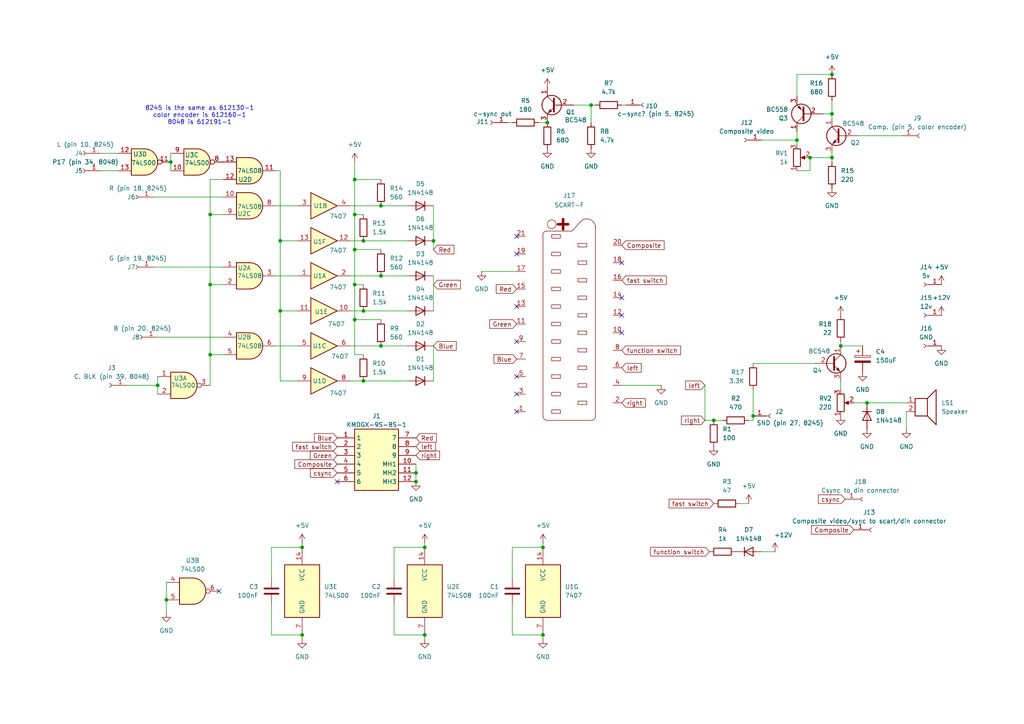
<source format=kicad_sch>
(kicad_sch (version 20250114) (generator "eeschema") (generator_version "9.0")
  (paper "A4")
  (text "8245 is the same as 612130-1\ncolor encoder is 612160-1\n8048 is 612191-1" (at 57.912 33.528 0) (effects (font (size 1.27 1.27))))
  (junction (at 102.87 92.71))
  (junction (at 60.96 82.55))
  (junction (at 105.41 69.85))
  (junction (at 241.3 45.72))
  (junction (at 60.96 102.87))
  (junction (at 102.87 62.23))
  (junction (at 45.72 111.76))
  (junction (at 87.63 184.15))
  (junction (at 105.41 110.49))
  (junction (at 241.3 33.02))
  (junction (at 123.19 184.15))
  (junction (at 157.48 158.75))
  (junction (at 48.26 173.99))
  (junction (at 157.48 184.15))
  (junction (at 171.45 30.48))
  (junction (at 102.87 52.07))
  (junction (at 110.49 100.33))
  (junction (at 241.3 21.59))
  (junction (at 125.73 69.85))
  (junction (at 120.65 139.7))
  (junction (at 105.41 90.17))
  (junction (at 231.14 40.64))
  (junction (at 110.49 80.01))
  (junction (at 207.01 121.92))
  (junction (at 218.44 120.65))
  (junction (at 120.65 137.16))
  (junction (at 123.19 158.75))
  (junction (at 102.87 72.39))
  (junction (at 234.95 45.72))
  (junction (at 87.63 158.75))
  (junction (at 60.96 62.23))
  (junction (at 81.28 90.17))
  (junction (at 243.84 100.33))
  (junction (at 81.28 69.85))
  (junction (at 49.53 46.99))
  (junction (at 110.49 59.69))
  (junction (at 102.87 82.55))
  (junction (at 158.75 35.56))
  (junction (at 251.46 116.84))
  (no_connect (at 180.34 86.36))
  (no_connect (at 180.34 96.52))
  (no_connect (at 180.34 91.44))
  (no_connect (at 149.86 88.9))
  (no_connect (at 63.5 171.45))
  (no_connect (at 97.79 139.7))
  (no_connect (at 180.34 76.2))
  (no_connect (at 149.86 99.06))
  (no_connect (at 149.86 68.58))
  (no_connect (at 149.86 119.38))
  (no_connect (at 149.86 109.22))
  (no_connect (at 149.86 114.3))
  (no_connect (at 149.86 73.66))
  (wire (pts (xy 81.28 49.53) (xy 81.28 69.85)))
  (wire (pts (xy 60.96 52.07) (xy 60.96 62.23)))
  (wire (pts (xy 181.61 30.48) (xy 180.34 30.48)))
  (wire (pts (xy 45.72 109.22) (xy 45.72 111.76)))
  (wire (pts (xy 241.3 45.72) (xy 241.3 46.99)))
  (wire (pts (xy 101.6 59.69) (xy 110.49 59.69)))
  (wire (pts (xy 251.46 116.84) (xy 262.89 116.84)))
  (wire (pts (xy 80.01 80.01) (xy 86.36 80.01)))
  (wire (pts (xy 114.3 167.64) (xy 114.3 158.75)))
  (wire (pts (xy 102.87 82.55) (xy 105.41 82.55)))
  (wire (pts (xy 243.84 99.06) (xy 243.84 100.33)))
  (wire (pts (xy 81.28 110.49) (xy 81.28 90.17)))
  (wire (pts (xy 218.44 121.92) (xy 218.44 120.65)))
  (wire (pts (xy 64.77 52.07) (xy 60.96 52.07)))
  (wire (pts (xy 49.53 46.99) (xy 49.53 49.53)))
  (wire (pts (xy 105.41 90.17) (xy 118.11 90.17)))
  (wire (pts (xy 110.49 59.69) (xy 118.11 59.69)))
  (wire (pts (xy 120.65 137.16) (xy 120.65 139.7)))
  (wire (pts (xy 29.21 49.53) (xy 34.29 49.53)))
  (wire (pts (xy 234.95 45.72) (xy 241.3 45.72)))
  (wire (pts (xy 243.84 110.49) (xy 243.84 113.03)))
  (wire (pts (xy 81.28 90.17) (xy 86.36 90.17)))
  (wire (pts (xy 78.74 167.64) (xy 78.74 158.75)))
  (wire (pts (xy 261.62 39.37) (xy 248.92 39.37)))
  (wire (pts (xy 148.59 184.15) (xy 157.48 184.15)))
  (wire (pts (xy 217.17 146.05) (xy 214.63 146.05)))
  (wire (pts (xy 157.48 185.42) (xy 157.48 184.15)))
  (wire (pts (xy 147.32 35.56) (xy 148.59 35.56)))
  (wire (pts (xy 29.21 44.45) (xy 34.29 44.45)))
  (wire (pts (xy 105.41 110.49) (xy 118.11 110.49)))
  (wire (pts (xy 191.77 111.76) (xy 180.34 111.76)))
  (wire (pts (xy 231.14 40.64) (xy 231.14 41.91)))
  (wire (pts (xy 44.45 77.47) (xy 64.77 77.47)))
  (wire (pts (xy 231.14 21.59) (xy 241.3 21.59)))
  (wire (pts (xy 125.73 69.85) (xy 125.73 59.69)))
  (wire (pts (xy 171.45 30.48) (xy 166.37 30.48)))
  (wire (pts (xy 148.59 167.64) (xy 148.59 158.75)))
  (wire (pts (xy 234.95 49.53) (xy 231.14 49.53)))
  (wire (pts (xy 48.26 177.8) (xy 48.26 173.99)))
  (wire (pts (xy 123.19 157.48) (xy 123.19 158.75)))
  (wire (pts (xy 102.87 82.55) (xy 102.87 72.39)))
  (wire (pts (xy 218.44 121.92) (xy 217.17 121.92)))
  (wire (pts (xy 49.53 44.45) (xy 49.53 46.99)))
  (wire (pts (xy 87.63 157.48) (xy 87.63 158.75)))
  (wire (pts (xy 110.49 80.01) (xy 118.11 80.01)))
  (wire (pts (xy 102.87 72.39) (xy 110.49 72.39)))
  (wire (pts (xy 262.89 124.46) (xy 262.89 119.38)))
  (wire (pts (xy 125.73 80.01) (xy 125.73 90.17)))
  (wire (pts (xy 158.75 35.56) (xy 156.21 35.56)))
  (wire (pts (xy 241.3 45.72) (xy 241.3 44.45)))
  (wire (pts (xy 60.96 62.23) (xy 60.96 82.55)))
  (wire (pts (xy 80.01 100.33) (xy 86.36 100.33)))
  (wire (pts (xy 171.45 35.56) (xy 171.45 30.48)))
  (wire (pts (xy 102.87 62.23) (xy 102.87 52.07)))
  (wire (pts (xy 231.14 38.1) (xy 231.14 40.64)))
  (wire (pts (xy 234.95 45.72) (xy 234.95 49.53)))
  (wire (pts (xy 101.6 110.49) (xy 105.41 110.49)))
  (wire (pts (xy 218.44 113.03) (xy 218.44 120.65)))
  (wire (pts (xy 78.74 175.26) (xy 78.74 184.15)))
  (wire (pts (xy 114.3 175.26) (xy 114.3 184.15)))
  (wire (pts (xy 102.87 62.23) (xy 105.41 62.23)))
  (wire (pts (xy 231.14 40.64) (xy 220.98 40.64)))
  (wire (pts (xy 45.72 97.79) (xy 64.77 97.79)))
  (wire (pts (xy 102.87 46.99) (xy 102.87 52.07)))
  (wire (pts (xy 36.83 111.76) (xy 45.72 111.76)))
  (wire (pts (xy 105.41 69.85) (xy 118.11 69.85)))
  (wire (pts (xy 78.74 158.75) (xy 87.63 158.75)))
  (wire (pts (xy 86.36 69.85) (xy 81.28 69.85)))
  (wire (pts (xy 101.6 80.01) (xy 110.49 80.01)))
  (wire (pts (xy 60.96 82.55) (xy 64.77 82.55)))
  (wire (pts (xy 148.59 175.26) (xy 148.59 184.15)))
  (wire (pts (xy 101.6 90.17) (xy 105.41 90.17)))
  (wire (pts (xy 114.3 158.75) (xy 123.19 158.75)))
  (wire (pts (xy 87.63 185.42) (xy 87.63 184.15)))
  (wire (pts (xy 60.96 111.76) (xy 60.96 102.87)))
  (wire (pts (xy 123.19 185.42) (xy 123.19 184.15)))
  (wire (pts (xy 241.3 29.21) (xy 241.3 33.02)))
  (wire (pts (xy 114.3 184.15) (xy 123.19 184.15)))
  (wire (pts (xy 139.7 78.74) (xy 149.86 78.74)))
  (wire (pts (xy 60.96 102.87) (xy 64.77 102.87)))
  (wire (pts (xy 218.44 105.41) (xy 236.22 105.41)))
  (wire (pts (xy 110.49 100.33) (xy 118.11 100.33)))
  (wire (pts (xy 45.72 111.76) (xy 45.72 114.3)))
  (wire (pts (xy 81.28 69.85) (xy 81.28 90.17)))
  (wire (pts (xy 102.87 52.07) (xy 110.49 52.07)))
  (wire (pts (xy 148.59 158.75) (xy 157.48 158.75)))
  (wire (pts (xy 60.96 82.55) (xy 60.96 102.87)))
  (wire (pts (xy 102.87 72.39) (xy 102.87 62.23)))
  (wire (pts (xy 60.96 62.23) (xy 64.77 62.23)))
  (wire (pts (xy 78.74 184.15) (xy 87.63 184.15)))
  (wire (pts (xy 102.87 92.71) (xy 102.87 102.87)))
  (wire (pts (xy 102.87 82.55) (xy 102.87 92.71)))
  (wire (pts (xy 81.28 49.53) (xy 80.01 49.53)))
  (wire (pts (xy 171.45 30.48) (xy 172.72 30.48)))
  (wire (pts (xy 224.79 160.02) (xy 220.98 160.02)))
  (wire (pts (xy 204.47 111.76) (xy 204.47 121.92)))
  (wire (pts (xy 80.01 59.69) (xy 86.36 59.69)))
  (wire (pts (xy 48.26 168.91) (xy 48.26 173.99)))
  (wire (pts (xy 243.84 100.33) (xy 250.19 100.33)))
  (wire (pts (xy 241.3 33.02) (xy 238.76 33.02)))
  (wire (pts (xy 101.6 69.85) (xy 105.41 69.85)))
  (wire (pts (xy 86.36 110.49) (xy 81.28 110.49)))
  (wire (pts (xy 247.65 116.84) (xy 251.46 116.84)))
  (wire (pts (xy 157.48 157.48) (xy 157.48 158.75)))
  (wire (pts (xy 101.6 100.33) (xy 110.49 100.33)))
  (wire (pts (xy 125.73 72.39) (xy 125.73 69.85)))
  (wire (pts (xy 44.45 57.15) (xy 64.77 57.15)))
  (wire (pts (xy 209.55 121.92) (xy 207.01 121.92)))
  (wire (pts (xy 241.3 33.02) (xy 241.3 34.29)))
  (wire (pts (xy 120.65 134.62) (xy 120.65 137.16)))
  (wire (pts (xy 125.73 100.33) (xy 125.73 110.49)))
  (wire (pts (xy 231.14 27.94) (xy 231.14 21.59)))
  (wire (pts (xy 105.41 102.87) (xy 102.87 102.87)))
  (wire (pts (xy 204.47 121.92) (xy 207.01 121.92)))
  (wire (pts (xy 110.49 92.71) (xy 102.87 92.71)))
  (global_label "Green" (shape input) (at 125.73 82.55 0) (property "Intersheetrefs" "${INTERSHEET_REFS}" (effects (hide yes))))
  (global_label "right" (shape input) (at 120.65 132.08 0) (property "Intersheetrefs" "${INTERSHEET_REFS}" (effects (hide yes))))
  (global_label "Composite" (shape input) (at 247.65 153.67 180) (property "Intersheetrefs" "${INTERSHEET_REFS}" (effects (hide yes))))
  (global_label "right" (shape input) (at 180.34 116.84 0) (property "Intersheetrefs" "${INTERSHEET_REFS}" (effects (hide yes))))
  (global_label "Blue" (shape input) (at 97.79 127 180) (property "Intersheetrefs" "${INTERSHEET_REFS}" (effects (hide yes))))
  (global_label "Red" (shape input) (at 149.86 83.82 180) (property "Intersheetrefs" "${INTERSHEET_REFS}" (effects (hide yes))))
  (global_label "Composite" (shape input) (at 180.34 71.12 0) (property "Intersheetrefs" "${INTERSHEET_REFS}" (effects (hide yes))))
  (global_label "Blue" (shape input) (at 125.73 100.33 0) (property "Intersheetrefs" "${INTERSHEET_REFS}" (effects (hide yes))))
  (global_label "csync" (shape input) (at 97.79 137.16 180) (property "Intersheetrefs" "${INTERSHEET_REFS}" (effects (hide yes))))
  (global_label "Red" (shape input) (at 120.65 127 0) (property "Intersheetrefs" "${INTERSHEET_REFS}" (effects (hide yes))))
  (global_label "fast switch" (shape input) (at 180.34 81.28 0) (property "Intersheetrefs" "${INTERSHEET_REFS}" (effects (hide yes))))
  (global_label "Green" (shape input) (at 149.86 93.98 180) (property "Intersheetrefs" "${INTERSHEET_REFS}" (effects (hide yes))))
  (global_label "right" (shape input) (at 204.47 121.92 180) (property "Intersheetrefs" "${INTERSHEET_REFS}" (effects (hide yes))))
  (global_label "Green" (shape input) (at 97.79 132.08 180) (property "Intersheetrefs" "${INTERSHEET_REFS}" (effects (hide yes))))
  (global_label "Composite" (shape input) (at 97.79 134.62 180) (property "Intersheetrefs" "${INTERSHEET_REFS}" (effects (hide yes))))
  (global_label "function switch" (shape input) (at 180.34 101.6 0) (property "Intersheetrefs" "${INTERSHEET_REFS}" (effects (hide yes))))
  (global_label "left" (shape input) (at 120.65 129.54 0) (property "Intersheetrefs" "${INTERSHEET_REFS}" (effects (hide yes))))
  (global_label "csync" (shape input) (at 245.11 144.78 180) (property "Intersheetrefs" "${INTERSHEET_REFS}" (effects (hide yes))))
  (global_label "function switch" (shape input) (at 205.74 160.02 180) (property "Intersheetrefs" "${INTERSHEET_REFS}" (effects (hide yes))))
  (global_label "left" (shape input) (at 204.47 111.76 180) (property "Intersheetrefs" "${INTERSHEET_REFS}" (effects (hide yes))))
  (global_label "Blue" (shape input) (at 149.86 104.14 180) (property "Intersheetrefs" "${INTERSHEET_REFS}" (effects (hide yes))))
  (global_label "fast switch" (shape input) (at 97.79 129.54 180) (property "Intersheetrefs" "${INTERSHEET_REFS}" (effects (hide yes))))
  (global_label "fast switch" (shape input) (at 207.01 146.05 180) (property "Intersheetrefs" "${INTERSHEET_REFS}" (effects (hide yes))))
  (global_label "left" (shape input) (at 180.34 106.68 0) (property "Intersheetrefs" "${INTERSHEET_REFS}" (effects (hide yes))))
  (global_label "Red" (shape input) (at 125.73 72.39 0) (property "Intersheetrefs" "${INTERSHEET_REFS}" (effects (hide yes))))
  (symbol (lib_id "Connector:Conn_01x01_Socket") (at 31.75 111.76 180) (unit 1)
    (property "Reference" "J3" (at 32.385 106.68 0))
    (property "Value" "C. BLK (pin 39, 8048)" (at 32.385 109.22 0))
    (property "Footprint" "Connector_PinSocket_2.54mm:PinSocket_1x01_P2.54mm_Vertical" (effects (hide yes)))
    (property "Description" "Generic connector, single row, 01x01, script generated" (effects (hide yes)))
  )
  (symbol (lib_id "74xx:74LS07") (at 93.98 59.69 0) (unit 2)
    (property "Reference" "U1" (at 92.964 59.69 0))
    (property "Value" "7407" (at 98.044 62.738 0))
    (property "Footprint" "Package_DIP:DIP-14_W7.62mm_LongPads" (effects (hide yes)))
    (property "Datasheet" "www.ti.com/lit/ds/symlink/sn74ls07.pdf" (effects (hide yes)))
    (property "Description" "Hex Buffers and Drivers With Open Collector High Voltage Outputs" (effects (hide yes)))
  )
  (symbol (lib_id "Diode:1N4148") (at 121.92 80.01 180) (unit 1)
    (property "Reference" "D3" (at 121.92 73.66 0))
    (property "Value" "1N4148" (at 121.92 76.2 0))
    (property "Footprint" "Diode_THT:D_DO-35_SOD27_P7.62mm_Horizontal" (effects (hide yes)))
    (property "Datasheet" "https://assets.nexperia.com/documents/data-sheet/1N4148_1N4448.pdf" (effects (hide yes)))
    (property "Description" "100V 0.15A standard switching diode, DO-35" (effects (hide yes)))
    (property "Sim.Device" "D" (effects (hide yes)))
    (property "Sim.Pins" "1=K 2=A" (effects (hide yes)))
  )
  (symbol (lib_id "Diode:1N4148") (at 217.17 160.02 0) (unit 1)
    (property "Reference" "D7" (at 217.17 153.67 0))
    (property "Value" "1N4148" (at 217.17 156.21 0))
    (property "Footprint" "Diode_THT:D_DO-35_SOD27_P7.62mm_Horizontal" (effects (hide yes)))
    (property "Datasheet" "https://assets.nexperia.com/documents/data-sheet/1N4148_1N4448.pdf" (effects (hide yes)))
    (property "Description" "100V 0.15A standard switching diode, DO-35" (effects (hide yes)))
    (property "Sim.Device" "D" (effects (hide yes)))
    (property "Sim.Pins" "1=K 2=A" (effects (hide yes)))
  )
  (symbol (lib_id "74xx:74LS07") (at 93.98 80.01 0) (unit 1)
    (property "Reference" "U1" (at 92.71 80.01 0))
    (property "Value" "7407" (at 98.044 83.312 0))
    (property "Footprint" "Package_DIP:DIP-14_W7.62mm_LongPads" (effects (hide yes)))
    (property "Datasheet" "www.ti.com/lit/ds/symlink/sn74ls07.pdf" (effects (hide yes)))
    (property "Description" "Hex Buffers and Drivers With Open Collector High Voltage Outputs" (effects (hide yes)))
  )
  (symbol (lib_id "Device:R") (at 176.53 30.48 90) (unit 1)
    (property "Reference" "R7" (at 176.53 24.13 90))
    (property "Value" "4.7k" (at 176.53 26.67 90))
    (property "Footprint" "Resistor_THT:R_Axial_DIN0207_L6.3mm_D2.5mm_P7.62mm_Horizontal" (effects (hide yes)))
    (property "Description" "Resistor" (effects (hide yes)))
  )
  (symbol (lib_id "power:GND") (at 243.84 120.65 0) (mirror y) (unit 1)
    (property "Reference" "#PWR019" (effects (hide yes)))
    (property "Value" "GND" (at 243.84 125.73 0))
    (property "Description" "Power symbol creates a global label with name \"GND\" , ground" (effects (hide yes)))
  )
  (symbol (lib_id "Connector:Conn_01x01_Socket") (at 24.13 49.53 180) (unit 1)
    (property "Reference" "J5" (at 22.86 49.53 0))
    (property "Value" "P17 (pin 34, 8048)" (at 24.765 46.99 0))
    (property "Footprint" "Connector_PinSocket_2.54mm:PinSocket_1x01_P2.54mm_Vertical" (effects (hide yes)))
    (property "Description" "Generic connector, single row, 01x01, script generated" (effects (hide yes)))
  )
  (symbol (lib_id "Device:R") (at 110.49 55.88 180) (unit 1)
    (property "Reference" "R14" (at 113.03 54.6099 0) (effects (justify right)))
    (property "Value" "560" (at 113.03 57.1499 0) (effects (justify right)))
    (property "Footprint" "Resistor_THT:R_Axial_DIN0207_L6.3mm_D2.5mm_P7.62mm_Horizontal" (effects (hide yes)))
    (property "Description" "Resistor" (effects (hide yes)))
  )
  (symbol (lib_id "74xx:74LS08") (at 123.19 171.45 0) (unit 5)
    (property "Reference" "U2" (at 129.54 170.1799 0) (effects (justify left)))
    (property "Value" "74LS08" (at 129.54 172.7199 0) (effects (justify left)))
    (property "Footprint" "Package_DIP:DIP-14_W7.62mm_LongPads" (effects (hide yes)))
    (property "Datasheet" "http://www.ti.com/lit/gpn/sn74LS08" (effects (hide yes)))
    (property "Description" "Quad And2" (effects (hide yes)))
  )
  (symbol (lib_id "Diode:1N4148") (at 121.92 59.69 180) (unit 1)
    (property "Reference" "D5" (at 121.92 53.34 0))
    (property "Value" "1N4148" (at 121.92 55.88 0))
    (property "Footprint" "Diode_THT:D_DO-35_SOD27_P7.62mm_Horizontal" (effects (hide yes)))
    (property "Datasheet" "https://assets.nexperia.com/documents/data-sheet/1N4148_1N4448.pdf" (effects (hide yes)))
    (property "Description" "100V 0.15A standard switching diode, DO-35" (effects (hide yes)))
    (property "Sim.Device" "D" (effects (hide yes)))
    (property "Sim.Pins" "1=K 2=A" (effects (hide yes)))
  )
  (symbol (lib_id "Diode:1N4148") (at 121.92 110.49 180) (unit 1)
    (property "Reference" "D1" (at 121.92 104.14 0))
    (property "Value" "1N4148" (at 121.92 106.68 0))
    (property "Footprint" "Diode_THT:D_DO-35_SOD27_P7.62mm_Horizontal" (effects (hide yes)))
    (property "Datasheet" "https://assets.nexperia.com/documents/data-sheet/1N4148_1N4448.pdf" (effects (hide yes)))
    (property "Description" "100V 0.15A standard switching diode, DO-35" (effects (hide yes)))
    (property "Sim.Device" "D" (effects (hide yes)))
    (property "Sim.Pins" "1=K 2=A" (effects (hide yes)))
  )
  (symbol (lib_id "power:GND") (at 48.26 177.8 0) (unit 1)
    (property "Reference" "#PWR015" (effects (hide yes)))
    (property "Value" "GND" (at 48.26 182.88 0))
    (property "Description" "Power symbol creates a global label with name \"GND\" , ground" (effects (hide yes)))
  )
  (symbol (lib_id "Device:R") (at 105.41 106.68 180) (unit 1)
    (property "Reference" "R10" (at 107.95 105.4099 0) (effects (justify right)))
    (property "Value" "1.5k" (at 107.95 107.9499 0) (effects (justify right)))
    (property "Footprint" "Resistor_THT:R_Axial_DIN0207_L6.3mm_D2.5mm_P7.62mm_Horizontal" (effects (hide yes)))
    (property "Description" "Resistor" (effects (hide yes)))
  )
  (symbol (lib_id "Device:R") (at 218.44 109.22 0) (mirror x) (unit 1)
    (property "Reference" "R17" (at 215.9 107.9499 0) (effects (justify right)))
    (property "Value" "3.3K" (at 215.9 110.4899 0) (effects (justify right)))
    (property "Footprint" "Resistor_THT:R_Axial_DIN0207_L6.3mm_D2.5mm_P7.62mm_Horizontal" (effects (hide yes)))
    (property "Description" "Resistor" (effects (hide yes)))
  )
  (symbol (lib_id "power:GND") (at 207.01 129.54 0) (unit 1)
    (property "Reference" "#PWR02" (effects (hide yes)))
    (property "Value" "GND" (at 207.01 134.62 0))
    (property "Description" "Power symbol creates a global label with name \"GND\" , ground" (effects (hide yes)))
  )
  (symbol (lib_id "Device:R") (at 241.3 25.4 0) (mirror x) (unit 1)
    (property "Reference" "R16" (at 238.76 24.1299 0) (effects (justify right)))
    (property "Value" "680" (at 238.76 26.6699 0) (effects (justify right)))
    (property "Footprint" "Resistor_THT:R_Axial_DIN0207_L6.3mm_D2.5mm_P7.62mm_Horizontal" (effects (hide yes)))
    (property "Description" "Resistor" (effects (hide yes)))
  )
  (symbol (lib_id "Device:R") (at 110.49 96.52 180) (unit 1)
    (property "Reference" "R9" (at 113.03 95.2499 0) (effects (justify right)))
    (property "Value" "560" (at 113.03 97.7899 0) (effects (justify right)))
    (property "Footprint" "Resistor_THT:R_Axial_DIN0207_L6.3mm_D2.5mm_P7.62mm_Horizontal" (effects (hide yes)))
    (property "Description" "Resistor" (effects (hide yes)))
  )
  (symbol (lib_id "74xx:74LS07") (at 93.98 90.17 0) (unit 5)
    (property "Reference" "U1" (at 93.218 90.424 0))
    (property "Value" "7407" (at 97.536 93.98 0))
    (property "Footprint" "Package_DIP:DIP-14_W7.62mm_LongPads" (effects (hide yes)))
    (property "Datasheet" "www.ti.com/lit/ds/symlink/sn74ls07.pdf" (effects (hide yes)))
    (property "Description" "Hex Buffers and Drivers With Open Collector High Voltage Outputs" (effects (hide yes)))
  )
  (symbol (lib_id "Device:R") (at 241.3 50.8 180) (unit 1)
    (property "Reference" "R15" (at 243.84 49.5299 0) (effects (justify right)))
    (property "Value" "220" (at 243.84 52.0699 0) (effects (justify right)))
    (property "Footprint" "Resistor_THT:R_Axial_DIN0207_L6.3mm_D2.5mm_P7.62mm_Horizontal" (effects (hide yes)))
    (property "Description" "Resistor" (effects (hide yes)))
  )
  (symbol (lib_id "74xx:74LS08") (at 72.39 80.01 0) (unit 1)
    (property "Reference" "U2" (at 70.866 77.724 0))
    (property "Value" "74LS08" (at 72.39 80.01 0))
    (property "Footprint" "Package_DIP:DIP-14_W7.62mm_LongPads" (effects (hide yes)))
    (property "Datasheet" "http://www.ti.com/lit/gpn/sn74LS08" (effects (hide yes)))
    (property "Description" "Quad And2" (effects (hide yes)))
  )
  (symbol (lib_id "power:GND") (at 262.89 124.46 0) (mirror y) (unit 1)
    (property "Reference" "#PWR021" (effects (hide yes)))
    (property "Value" "GND" (at 262.89 129.54 0))
    (property "Description" "Power symbol creates a global label with name \"GND\" , ground" (effects (hide yes)))
  )
  (symbol (lib_id "power:+5V") (at 243.84 91.44 0) (unit 1)
    (property "Reference" "#PWR022" (effects (hide yes)))
    (property "Value" "+5V" (at 243.84 86.36 0))
    (property "Description" "Power symbol creates a global label with name \"+5V\"" (effects (hide yes)))
  )
  (symbol (lib_id "Device:C") (at 78.74 171.45 0) (mirror y) (unit 1)
    (property "Reference" "C3" (at 74.93 170.1799 0) (effects (justify left)))
    (property "Value" "100nF" (at 74.93 172.7199 0) (effects (justify left)))
    (property "Footprint" "Capacitor_THT:C_Disc_D4.3mm_W1.9mm_P5.00mm" (effects (hide yes)))
    (property "Description" "Unpolarized capacitor" (effects (hide yes)))
  )
  (symbol (lib_id "power:GND") (at 87.63 185.42 0) (unit 1)
    (property "Reference" "#PWR014" (effects (hide yes)))
    (property "Value" "GND" (at 87.63 190.5 0))
    (property "Description" "Power symbol creates a global label with name \"GND\" , ground" (effects (hide yes)))
  )
  (symbol (lib_id "74xx:74LS00") (at 41.91 46.99 0) (unit 4)
    (property "Reference" "U3" (at 40.64 44.704 0))
    (property "Value" "74LS00" (at 41.656 47.244 0))
    (property "Footprint" "Package_DIP:DIP-14_W7.62mm_LongPads" (effects (hide yes)))
    (property "Datasheet" "http://www.ti.com/lit/gpn/sn74ls00" (effects (hide yes)))
    (property "Description" "quad 2-input NAND gate" (effects (hide yes)))
  )
  (symbol (lib_id "Device:R") (at 207.01 125.73 0) (unit 1)
    (property "Reference" "R1" (at 209.55 124.4599 0) (effects (justify left)))
    (property "Value" "100" (at 209.55 126.9999 0) (effects (justify left)))
    (property "Footprint" "Resistor_THT:R_Axial_DIN0207_L6.3mm_D2.5mm_P7.62mm_Horizontal" (effects (hide yes)))
    (property "Description" "Resistor" (effects (hide yes)))
  )
  (symbol (lib_id "Device:R") (at 110.49 76.2 180) (unit 1)
    (property "Reference" "R12" (at 113.03 74.9299 0) (effects (justify right)))
    (property "Value" "560" (at 113.03 77.4699 0) (effects (justify right)))
    (property "Footprint" "Resistor_THT:R_Axial_DIN0207_L6.3mm_D2.5mm_P7.62mm_Horizontal" (effects (hide yes)))
    (property "Description" "Resistor" (effects (hide yes)))
  )
  (symbol (lib_id "power:GND") (at 191.77 111.76 0) (unit 1)
    (property "Reference" "#PWR027" (effects (hide yes)))
    (property "Value" "GND" (at 191.77 116.84 0))
    (property "Description" "Power symbol creates a global label with name \"GND\" , ground" (effects (hide yes)))
  )
  (symbol (lib_id "power:+5V") (at 217.17 146.05 0) (unit 1)
    (property "Reference" "#PWR03" (effects (hide yes)))
    (property "Value" "+5V" (at 217.17 140.97 0))
    (property "Description" "Power symbol creates a global label with name \"+5V\"" (effects (hide yes)))
  )
  (symbol (lib_id "Connector:Conn_01x01_Socket") (at 223.52 120.65 0) (unit 1)
    (property "Reference" "J2" (at 224.79 119.3799 0) (effects (justify left)))
    (property "Value" "SND (pin 27, 8245)" (at 219.456 122.682 0) (effects (justify left)))
    (property "Footprint" "Connector_PinSocket_2.54mm:PinSocket_1x01_P2.54mm_Vertical" (effects (hide yes)))
    (property "Description" "Generic connector, single row, 01x01, script generated" (effects (hide yes)))
  )
  (symbol (lib_id "Connector:Conn_01x01_Socket") (at 24.13 44.45 180) (unit 1)
    (property "Reference" "J4" (at 22.86 44.45 0))
    (property "Value" "L (pin 10, 8245)" (at 24.765 41.91 0))
    (property "Footprint" "Connector_PinSocket_2.54mm:PinSocket_1x01_P2.54mm_Vertical" (effects (hide yes)))
    (property "Description" "Generic connector, single row, 01x01, script generated" (effects (hide yes)))
  )
  (symbol (lib_id "Device:R_Potentiometer") (at 231.14 45.72 0) (mirror x) (unit 1)
    (property "Reference" "RV1" (at 228.6 44.4499 0) (effects (justify right)))
    (property "Value" "1k" (at 228.6 46.9899 0) (effects (justify right)))
    (property "Description" "Potentiometer" (effects (hide yes)))
  )
  (symbol (lib_id "power:+5V") (at 87.63 157.48 0) (unit 1)
    (property "Reference" "#PWR013" (effects (hide yes)))
    (property "Value" "+5V" (at 87.63 152.4 0))
    (property "Description" "Power symbol creates a global label with name \"+5V\"" (effects (hide yes)))
  )
  (symbol (lib_id "Device:Speaker") (at 267.97 116.84 0) (unit 1)
    (property "Reference" "LS1" (at 273.05 116.8399 0) (effects (justify left)))
    (property "Value" "Speaker" (at 273.05 119.3799 0) (effects (justify left)))
    (property "Footprint" "Connector_PinSocket_2.54mm:PinSocket_2x01_P2.54mm_Vertical" (effects (hide yes)))
    (property "Description" "Speaker" (effects (hide yes)))
  )
  (symbol (lib_id "Evan's parts:KMDGX-9S-BS-1") (at 97.79 127 0) (unit 1)
    (property "Reference" "J1" (at 109.22 120.65 0))
    (property "Value" "KMDGX-9S-BS-1" (at 109.22 123.19 0))
    (property "Footprint" "Evan's parts:KMDGX9SBS1" (effects (hide yes)))
    (property "Datasheet" "https://www.kycon.com/Pub_Eng_Draw/KMDGX-9S-BS-1.pdf" (effects (hide yes)))
    (property "Description" "9 Position Circular Connector Receptacle, Female Sockets Solder , 12VDC , -25C ~ 80C" (effects (hide yes)))
    (property "Height" "13.3" (effects (hide yes)))
    (property "Mouser Part Number" "806-KMDGX-9S-BS-1" (effects (hide yes)))
    (property "Mouser Price/Stock" "https://www.mouser.co.uk/ProductDetail/Kycon/KMDGX-9S-BS-1?qs=3jNSNtuqJTLHFNoAAeP35w%3D%3D" (effects (hide yes)))
    (property "Manufacturer_Name" "Kycon" (effects (hide yes)))
    (property "Manufacturer_Part_Number" "KMDGX-9S-BS-1" (effects (hide yes)))
  )
  (symbol (lib_id "74xx:74LS00") (at 57.15 46.99 0) (unit 3)
    (property "Reference" "U3" (at 55.626 44.958 0))
    (property "Value" "74LS00" (at 57.15 47.244 0))
    (property "Footprint" "Package_DIP:DIP-14_W7.62mm_LongPads" (effects (hide yes)))
    (property "Datasheet" "http://www.ti.com/lit/gpn/sn74ls00" (effects (hide yes)))
    (property "Description" "quad 2-input NAND gate" (effects (hide yes)))
  )
  (symbol (lib_id "74xx:74LS07") (at 157.48 171.45 0) (unit 7)
    (property "Reference" "U1" (at 163.83 170.1799 0) (effects (justify left)))
    (property "Value" "7407" (at 163.83 172.7199 0) (effects (justify left)))
    (property "Footprint" "Package_DIP:DIP-14_W7.62mm_LongPads" (effects (hide yes)))
    (property "Datasheet" "www.ti.com/lit/ds/symlink/sn74ls07.pdf" (effects (hide yes)))
    (property "Description" "Hex Buffers and Drivers With Open Collector High Voltage Outputs" (effects (hide yes)))
  )
  (symbol (lib_id "74xx:74LS00") (at 53.34 111.76 0) (unit 1)
    (property "Reference" "U3" (at 52.324 109.728 0))
    (property "Value" "74LS00" (at 53.086 111.76 0))
    (property "Footprint" "Package_DIP:DIP-14_W7.62mm_LongPads" (effects (hide yes)))
    (property "Datasheet" "http://www.ti.com/lit/gpn/sn74ls00" (effects (hide yes)))
    (property "Description" "quad 2-input NAND gate" (effects (hide yes)))
  )
  (symbol (lib_id "Device:R") (at 243.84 95.25 0) (mirror x) (unit 1)
    (property "Reference" "R18" (at 241.3 93.9799 0) (effects (justify right)))
    (property "Value" "22" (at 241.3 96.5199 0) (effects (justify right)))
    (property "Footprint" "Resistor_THT:R_Axial_DIN0207_L6.3mm_D2.5mm_P7.62mm_Horizontal" (effects (hide yes)))
    (property "Description" "Resistor" (effects (hide yes)))
  )
  (symbol (lib_id "Diode:1N4148") (at 121.92 69.85 180) (unit 1)
    (property "Reference" "D6" (at 121.92 63.5 0))
    (property "Value" "1N4148" (at 121.92 66.04 0))
    (property "Footprint" "Diode_THT:D_DO-35_SOD27_P7.62mm_Horizontal" (effects (hide yes)))
    (property "Datasheet" "https://assets.nexperia.com/documents/data-sheet/1N4148_1N4448.pdf" (effects (hide yes)))
    (property "Description" "100V 0.15A standard switching diode, DO-35" (effects (hide yes)))
    (property "Sim.Device" "D" (effects (hide yes)))
    (property "Sim.Pins" "1=K 2=A" (effects (hide yes)))
  )
  (symbol (lib_id "Connector:Conn_01x01_Socket") (at 267.97 91.44 0) (mirror y) (unit 1)
    (property "Reference" "J15" (at 268.605 86.36 0))
    (property "Value" "12v" (at 268.605 88.9 0))
    (property "Footprint" "Connector_PinSocket_2.54mm:PinSocket_1x01_P2.54mm_Vertical" (effects (hide yes)))
    (property "Description" "Generic connector, single row, 01x01, script generated" (effects (hide yes)))
  )
  (symbol (lib_id "Connector:Conn_01x01_Socket") (at 39.37 77.47 180) (unit 1)
    (property "Reference" "J7" (at 38.1 77.47 0))
    (property "Value" "G (pin 19, 8245)" (at 40.005 74.93 0))
    (property "Footprint" "Connector_PinSocket_2.54mm:PinSocket_1x01_P2.54mm_Vertical" (effects (hide yes)))
    (property "Description" "Generic connector, single row, 01x01, script generated" (effects (hide yes)))
  )
  (symbol (lib_id "Connector:Conn_01x01_Socket") (at 215.9 40.64 0) (mirror y) (unit 1)
    (property "Reference" "J12" (at 216.535 35.56 0))
    (property "Value" "Composite video" (at 216.535 38.1 0))
    (property "Footprint" "Connector_PinSocket_2.54mm:PinSocket_1x01_P2.54mm_Vertical" (effects (hide yes)))
    (property "Description" "Generic connector, single row, 01x01, script generated" (effects (hide yes)))
  )
  (symbol (lib_id "power:+5V") (at 123.19 157.48 0) (unit 1)
    (property "Reference" "#PWR011" (effects (hide yes)))
    (property "Value" "+5V" (at 123.19 152.4 0))
    (property "Description" "Power symbol creates a global label with name \"+5V\"" (effects (hide yes)))
  )
  (symbol (lib_id "Transistor_BJT:BC548") (at 241.3 105.41 0) (unit 1)
    (property "Reference" "Q4" (at 235.712 107.442 0) (effects (justify left)))
    (property "Value" "BC548" (at 234.442 101.854 0) (effects (justify left)))
    (property "Footprint" "Package_TO_SOT_THT:TO-92_Inline" (effects (hide yes)))
    (property "Datasheet" "https://www.onsemi.com/pub/Collateral/BC550-D.pdf" (effects (hide yes)))
    (property "Description" "0.1A Ic, 30V Vce, Small Signal NPN Transistor, TO-92" (effects (hide yes)))
  )
  (symbol (lib_id "Transistor_BJT:BC548") (at 161.29 30.48 0) (mirror y) (unit 1)
    (property "Reference" "Q1" (at 166.878 32.512 0) (effects (justify left)))
    (property "Value" "BC548" (at 170.18 34.798 0) (effects (justify left)))
    (property "Footprint" "Package_TO_SOT_THT:TO-92_Inline" (effects (hide yes)))
    (property "Datasheet" "https://www.onsemi.com/pub/Collateral/BC550-D.pdf" (effects (hide yes)))
    (property "Description" "0.1A Ic, 30V Vce, Small Signal NPN Transistor, TO-92" (effects (hide yes)))
  )
  (symbol (lib_id "Transistor_BJT:BC548") (at 243.84 39.37 0) (mirror y) (unit 1)
    (property "Reference" "Q2" (at 249.428 41.402 0) (effects (justify left)))
    (property "Value" "BC548" (at 250.698 35.814 0) (effects (justify left)))
    (property "Footprint" "Package_TO_SOT_THT:TO-92_Inline" (effects (hide yes)))
    (property "Datasheet" "https://www.onsemi.com/pub/Collateral/BC550-D.pdf" (effects (hide yes)))
    (property "Description" "0.1A Ic, 30V Vce, Small Signal NPN Transistor, TO-92" (effects (hide yes)))
  )
  (symbol (lib_id "Diode:1N4148") (at 251.46 120.65 270) (unit 1)
    (property "Reference" "D8" (at 254 119.3799 90) (effects (justify left)))
    (property "Value" "1N4148" (at 254 121.9199 90) (effects (justify left)))
    (property "Footprint" "Diode_THT:D_DO-35_SOD27_P7.62mm_Horizontal" (effects (hide yes)))
    (property "Datasheet" "https://assets.nexperia.com/documents/data-sheet/1N4148_1N4448.pdf" (effects (hide yes)))
    (property "Description" "100V 0.15A standard switching diode, DO-35" (effects (hide yes)))
    (property "Sim.Device" "D" (effects (hide yes)))
    (property "Sim.Pins" "1=K 2=A" (effects (hide yes)))
  )
  (symbol (lib_id "74xx:74LS00") (at 87.63 171.45 0) (unit 5)
    (property "Reference" "U3" (at 93.98 170.1799 0) (effects (justify left)))
    (property "Value" "74LS00" (at 93.98 172.7199 0) (effects (justify left)))
    (property "Footprint" "Package_DIP:DIP-14_W7.62mm_LongPads" (effects (hide yes)))
    (property "Datasheet" "http://www.ti.com/lit/gpn/sn74ls00" (effects (hide yes)))
    (property "Description" "quad 2-input NAND gate" (effects (hide yes)))
  )
  (symbol (lib_id "power:+5V") (at 102.87 46.99 0) (unit 1)
    (property "Reference" "#PWR08" (effects (hide yes)))
    (property "Value" "+5V" (at 102.87 41.91 0))
    (property "Description" "Power symbol creates a global label with name \"+5V\"" (effects (hide yes)))
  )
  (symbol (lib_id "power:GND") (at 123.19 185.42 0) (unit 1)
    (property "Reference" "#PWR012" (effects (hide yes)))
    (property "Value" "GND" (at 123.19 190.5 0))
    (property "Description" "Power symbol creates a global label with name \"GND\" , ground" (effects (hide yes)))
  )
  (symbol (lib_id "74xx:74LS07") (at 93.98 69.85 0) (unit 6)
    (property "Reference" "U1" (at 92.71 70.104 0))
    (property "Value" "7407" (at 98.044 72.644 0))
    (property "Footprint" "Package_DIP:DIP-14_W7.62mm_LongPads" (effects (hide yes)))
    (property "Datasheet" "www.ti.com/lit/ds/symlink/sn74ls07.pdf" (effects (hide yes)))
    (property "Description" "Hex Buffers and Drivers With Open Collector High Voltage Outputs" (effects (hide yes)))
  )
  (symbol (lib_id "power:GND") (at 120.65 139.7 0) (unit 1)
    (property "Reference" "#PWR028" (effects (hide yes)))
    (property "Value" "GND" (at 120.65 144.78 0))
    (property "Description" "Power symbol creates a global label with name \"GND\" , ground" (effects (hide yes)))
  )
  (symbol (lib_id "power:+5V") (at 157.48 157.48 0) (unit 1)
    (property "Reference" "#PWR09" (effects (hide yes)))
    (property "Value" "+5V" (at 157.48 152.4 0))
    (property "Description" "Power symbol creates a global label with name \"+5V\"" (effects (hide yes)))
  )
  (symbol (lib_id "Connector:Conn_01x01_Socket") (at 39.37 57.15 180) (unit 1)
    (property "Reference" "J6" (at 38.1 57.15 0))
    (property "Value" "R (pin 18, 8245)" (at 40.005 54.61 0))
    (property "Footprint" "Connector_PinSocket_2.54mm:PinSocket_1x01_P2.54mm_Vertical" (effects (hide yes)))
    (property "Description" "Generic connector, single row, 01x01, script generated" (effects (hide yes)))
  )
  (symbol (lib_id "power:GND") (at 171.45 43.18 0) (unit 1)
    (property "Reference" "#PWR07" (effects (hide yes)))
    (property "Value" "GND" (at 171.45 48.26 0))
    (property "Description" "Power symbol creates a global label with name \"GND\" , ground" (effects (hide yes)))
  )
  (symbol (lib_id "Device:R") (at 158.75 39.37 180) (unit 1)
    (property "Reference" "R6" (at 161.29 38.0999 0) (effects (justify right)))
    (property "Value" "680" (at 161.29 40.6399 0) (effects (justify right)))
    (property "Footprint" "Resistor_THT:R_Axial_DIN0207_L6.3mm_D2.5mm_P7.62mm_Horizontal" (effects (hide yes)))
    (property "Description" "Resistor" (effects (hide yes)))
  )
  (symbol (lib_id "Device:R") (at 152.4 35.56 90) (unit 1)
    (property "Reference" "R5" (at 152.4 29.21 90))
    (property "Value" "180" (at 152.4 31.75 90))
    (property "Footprint" "Resistor_THT:R_Axial_DIN0207_L6.3mm_D2.5mm_P7.62mm_Horizontal" (effects (hide yes)))
    (property "Description" "Resistor" (effects (hide yes)))
  )
  (symbol (lib_id "Device:R_Potentiometer") (at 243.84 116.84 0) (mirror x) (unit 1)
    (property "Reference" "RV2" (at 241.3 115.5699 0) (effects (justify right)))
    (property "Value" "220" (at 241.3 118.1099 0) (effects (justify right)))
    (property "Description" "Potentiometer" (effects (hide yes)))
  )
  (symbol (lib_id "power:GND") (at 273.05 100.33 0) (mirror y) (unit 1)
    (property "Reference" "#PWR023" (effects (hide yes)))
    (property "Value" "GND" (at 273.05 105.41 0))
    (property "Description" "Power symbol creates a global label with name \"GND\" , ground" (effects (hide yes)))
  )
  (symbol (lib_id "power:GND") (at 241.3 54.61 0) (mirror y) (unit 1)
    (property "Reference" "#PWR017" (effects (hide yes)))
    (property "Value" "GND" (at 241.3 59.69 0))
    (property "Description" "Power symbol creates a global label with name \"GND\" , ground" (effects (hide yes)))
  )
  (symbol (lib_id "Diode:1N4148") (at 121.92 100.33 180) (unit 1)
    (property "Reference" "D2" (at 121.92 93.98 0))
    (property "Value" "1N4148" (at 121.92 96.52 0))
    (property "Footprint" "Diode_THT:D_DO-35_SOD27_P7.62mm_Horizontal" (effects (hide yes)))
    (property "Datasheet" "https://assets.nexperia.com/documents/data-sheet/1N4148_1N4448.pdf" (effects (hide yes)))
    (property "Description" "100V 0.15A standard switching diode, DO-35" (effects (hide yes)))
    (property "Sim.Device" "D" (effects (hide yes)))
    (property "Sim.Pins" "1=K 2=A" (effects (hide yes)))
  )
  (symbol (lib_id "Connector:Conn_01x01_Socket") (at 267.97 100.33 0) (mirror y) (unit 1)
    (property "Reference" "J16" (at 268.605 95.25 0))
    (property "Value" "GND" (at 268.605 97.79 0))
    (property "Footprint" "Connector_PinSocket_2.54mm:PinSocket_1x01_P2.54mm_Vertical" (effects (hide yes)))
    (property "Description" "Generic connector, single row, 01x01, script generated" (effects (hide yes)))
  )
  (symbol (lib_id "Device:C") (at 114.3 171.45 0) (mirror y) (unit 1)
    (property "Reference" "C2" (at 110.49 170.1799 0) (effects (justify left)))
    (property "Value" "100nF" (at 110.49 172.7199 0) (effects (justify left)))
    (property "Footprint" "Capacitor_THT:C_Disc_D4.3mm_W1.9mm_P5.00mm" (effects (hide yes)))
    (property "Description" "Unpolarized capacitor" (effects (hide yes)))
  )
  (symbol (lib_id "power:GND") (at 158.75 43.18 0) (unit 1)
    (property "Reference" "#PWR05" (effects (hide yes)))
    (property "Value" "GND" (at 158.75 48.26 0))
    (property "Description" "Power symbol creates a global label with name \"GND\" , ground" (effects (hide yes)))
  )
  (symbol (lib_id "74xx:74LS00") (at 55.88 171.45 0) (unit 2)
    (property "Reference" "U3" (at 55.8717 162.56 0))
    (property "Value" "74LS00" (at 55.8717 165.1 0))
    (property "Footprint" "Package_DIP:DIP-14_W7.62mm_LongPads" (effects (hide yes)))
    (property "Datasheet" "http://www.ti.com/lit/gpn/sn74ls00" (effects (hide yes)))
    (property "Description" "quad 2-input NAND gate" (effects (hide yes)))
  )
  (symbol (lib_id "Connector:Conn_01x01_Socket") (at 186.69 30.48 0) (unit 1)
    (property "Reference" "J10" (at 188.976 30.734 0))
    (property "Value" "c-sync? (pin 5, 8245)" (at 190.246 33.02 0))
    (property "Footprint" "Connector_PinSocket_2.54mm:PinSocket_1x01_P2.54mm_Vertical" (effects (hide yes)))
    (property "Description" "Generic connector, single row, 01x01, script generated" (effects (hide yes)))
  )
  (symbol (lib_id "Transistor_BJT:BC558") (at 233.68 33.02 180) (unit 1)
    (property "Reference" "Q3" (at 228.6 34.2901 0) (effects (justify left)))
    (property "Value" "BC558" (at 228.6 31.7501 0) (effects (justify left)))
    (property "Footprint" "Package_TO_SOT_THT:TO-92_Inline" (effects (hide yes)))
    (property "Datasheet" "https://www.onsemi.com/pub/Collateral/BC556BTA-D.pdf" (effects (hide yes)))
    (property "Description" "0.1A Ic, 30V Vce, PNP Small Signal Transistor, TO-92" (effects (hide yes)))
  )
  (symbol (lib_id "Connector:Conn_01x01_Socket") (at 250.19 144.78 0) (mirror x) (unit 1)
    (property "Reference" "J18" (at 249.555 139.7 0))
    (property "Value" "Csync to din connector" (at 249.555 142.24 0))
    (property "Footprint" "Connector_PinSocket_2.54mm:PinSocket_1x01_P2.54mm_Vertical" (effects (hide yes)))
    (property "Description" "Generic connector, single row, 01x01, script generated" (effects (hide yes)))
  )
  (symbol (lib_id "Device:R") (at 171.45 39.37 180) (unit 1)
    (property "Reference" "R8" (at 173.99 38.0999 0) (effects (justify right)))
    (property "Value" "4.7k" (at 173.99 40.6399 0) (effects (justify right)))
    (property "Footprint" "Resistor_THT:R_Axial_DIN0207_L6.3mm_D2.5mm_P7.62mm_Horizontal" (effects (hide yes)))
    (property "Description" "Resistor" (effects (hide yes)))
  )
  (symbol (lib_id "power:+5V") (at 158.75 25.4 0) (unit 1)
    (property "Reference" "#PWR06" (effects (hide yes)))
    (property "Value" "+5V" (at 158.75 20.32 0))
    (property "Description" "Power symbol creates a global label with name \"+5V\"" (effects (hide yes)))
  )
  (symbol (lib_id "power:GND") (at 251.46 124.46 0) (mirror y) (unit 1)
    (property "Reference" "#PWR020" (effects (hide yes)))
    (property "Value" "GND" (at 251.46 129.54 0))
    (property "Description" "Power symbol creates a global label with name \"GND\" , ground" (effects (hide yes)))
  )
  (symbol (lib_id "Device:R") (at 209.55 160.02 90) (unit 1)
    (property "Reference" "R4" (at 209.55 153.67 90))
    (property "Value" "1k" (at 209.55 156.21 90))
    (property "Footprint" "Resistor_THT:R_Axial_DIN0207_L6.3mm_D2.5mm_P7.62mm_Horizontal" (effects (hide yes)))
    (property "Description" "Resistor" (effects (hide yes)))
  )
  (symbol (lib_id "Connector:Conn_01x01_Socket") (at 267.97 82.55 0) (mirror y) (unit 1)
    (property "Reference" "J14" (at 268.605 77.47 0))
    (property "Value" "5v" (at 268.605 80.01 0))
    (property "Footprint" "Connector_PinSocket_2.54mm:PinSocket_1x01_P2.54mm_Vertical" (effects (hide yes)))
    (property "Description" "Generic connector, single row, 01x01, script generated" (effects (hide yes)))
  )
  (symbol (lib_id "power:GND") (at 139.7 78.74 0) (unit 1)
    (property "Reference" "#PWR026" (effects (hide yes)))
    (property "Value" "GND" (at 139.7 83.82 0))
    (property "Description" "Power symbol creates a global label with name \"GND\" , ground" (effects (hide yes)))
  )
  (symbol (lib_id "74xx:74LS08") (at 72.39 59.69 0) (mirror x) (unit 3)
    (property "Reference" "U2" (at 70.866 61.976 0))
    (property "Value" "74LS08" (at 72.39 59.944 0))
    (property "Footprint" "Package_DIP:DIP-14_W7.62mm_LongPads" (effects (hide yes)))
    (property "Datasheet" "http://www.ti.com/lit/gpn/sn74LS08" (effects (hide yes)))
    (property "Description" "Quad And2" (effects (hide yes)))
  )
  (symbol (lib_id "Connector:Conn_01x01_Socket") (at 40.64 97.79 180) (unit 1)
    (property "Reference" "J8" (at 39.37 97.79 0))
    (property "Value" "B (pin 20, 8245)" (at 41.275 95.25 0))
    (property "Footprint" "Connector_PinSocket_2.54mm:PinSocket_1x01_P2.54mm_Vertical" (effects (hide yes)))
    (property "Description" "Generic connector, single row, 01x01, script generated" (effects (hide yes)))
  )
  (symbol (lib_id "power:+5V") (at 241.3 21.59 0) (mirror y) (unit 1)
    (property "Reference" "#PWR016" (effects (hide yes)))
    (property "Value" "+5V" (at 241.3 16.51 0))
    (property "Description" "Power symbol creates a global label with name \"+5V\"" (effects (hide yes)))
  )
  (symbol (lib_id "74xx:74LS08") (at 72.39 100.33 0) (unit 2)
    (property "Reference" "U2" (at 70.866 97.79 0))
    (property "Value" "74LS08" (at 72.39 100.33 0))
    (property "Footprint" "Package_DIP:DIP-14_W7.62mm_LongPads" (effects (hide yes)))
    (property "Datasheet" "http://www.ti.com/lit/gpn/sn74LS08" (effects (hide yes)))
    (property "Description" "Quad And2" (effects (hide yes)))
  )
  (symbol (lib_id "74xx:74LS08") (at 72.39 49.53 0) (mirror x) (unit 4)
    (property "Reference" "U2" (at 71.12 52.07 0))
    (property "Value" "74LS08" (at 72.39 49.53 0))
    (property "Footprint" "Package_DIP:DIP-14_W7.62mm_LongPads" (effects (hide yes)))
    (property "Datasheet" "http://www.ti.com/lit/gpn/sn74LS08" (effects (hide yes)))
    (property "Description" "Quad And2" (effects (hide yes)))
  )
  (symbol (lib_id "power:GND") (at 250.19 107.95 0) (mirror y) (unit 1)
    (property "Reference" "#PWR018" (effects (hide yes)))
    (property "Value" "GND" (at 250.19 113.03 0))
    (property "Description" "Power symbol creates a global label with name \"GND\" , ground" (effects (hide yes)))
  )
  (symbol (lib_id "Device:R") (at 210.82 146.05 90) (unit 1)
    (property "Reference" "R3" (at 210.82 139.7 90))
    (property "Value" "47" (at 210.82 142.24 90))
    (property "Footprint" "Resistor_THT:R_Axial_DIN0207_L6.3mm_D2.5mm_P7.62mm_Horizontal" (effects (hide yes)))
    (property "Description" "Resistor" (effects (hide yes)))
  )
  (symbol (lib_id "Connector:SCART-F") (at 165.1 93.98 0) (unit 1)
    (property "Reference" "J17" (at 165.1 56.7205 0))
    (property "Value" "SCART-F" (at 165.1 59.4956 0))
    (property "Footprint" "Evan's misc parts:SCART-F" (effects (hide yes)))
    (property "Datasheet" " ~" (effects (hide yes)))
  )
  (symbol (lib_id "Connector:Conn_01x01_Socket") (at 252.73 153.67 0) (mirror x) (unit 1)
    (property "Reference" "J13" (at 252.095 148.59 0))
    (property "Value" "Composite video/sync to scart/din connector" (at 252.095 151.13 0))
    (property "Footprint" "Connector_PinSocket_2.54mm:PinSocket_1x01_P2.54mm_Vertical" (effects (hide yes)))
    (property "Description" "Generic connector, single row, 01x01, script generated" (effects (hide yes)))
  )
  (symbol (lib_id "Device:R") (at 105.41 66.04 180) (unit 1)
    (property "Reference" "R13" (at 107.95 64.7699 0) (effects (justify right)))
    (property "Value" "1.5k" (at 107.95 67.3099 0) (effects (justify right)))
    (property "Footprint" "Resistor_THT:R_Axial_DIN0207_L6.3mm_D2.5mm_P7.62mm_Horizontal" (effects (hide yes)))
    (property "Description" "Resistor" (effects (hide yes)))
  )
  (symbol (lib_id "power:+2V5") (at 273.05 91.44 0) (unit 1)
    (property "Reference" "#PWR025" (effects (hide yes)))
    (property "Value" "+12V" (at 273.05 86.36 0))
    (property "Description" "Power symbol creates a global label with name \"+2V5\"" (effects (hide yes)))
  )
  (symbol (lib_id "power:+2V5") (at 224.79 160.02 0) (unit 1)
    (property "Reference" "#PWR04" (effects (hide yes)))
    (property "Value" "+12V" (at 224.536 155.194 0) (effects (justify left)))
    (property "Description" "Power symbol creates a global label with name \"+2V5\"" (effects (hide yes)))
  )
  (symbol (lib_id "74xx:74LS07") (at 93.98 110.49 0) (unit 4)
    (property "Reference" "U1" (at 92.71 110.49 0))
    (property "Value" "7407" (at 98.044 114.046 0))
    (property "Footprint" "Package_DIP:DIP-14_W7.62mm_LongPads" (effects (hide yes)))
    (property "Datasheet" "www.ti.com/lit/ds/symlink/sn74ls07.pdf" (effects (hide yes)))
    (property "Description" "Hex Buffers and Drivers With Open Collector High Voltage Outputs" (effects (hide yes)))
  )
  (symbol (lib_id "Connector:Conn_01x01_Socket") (at 266.7 39.37 0) (mirror x) (unit 1)
    (property "Reference" "J9" (at 266.065 34.29 0))
    (property "Value" "Comp. (pin 5, color encoder)" (at 266.065 36.83 0))
    (property "Footprint" "Connector_PinSocket_2.54mm:PinSocket_1x01_P2.54mm_Vertical" (effects (hide yes)))
    (property "Description" "Generic connector, single row, 01x01, script generated" (effects (hide yes)))
  )
  (symbol (lib_id "Device:C") (at 148.59 171.45 0) (mirror y) (unit 1)
    (property "Reference" "C1" (at 144.78 170.1799 0) (effects (justify left)))
    (property "Value" "100nF" (at 144.78 172.7199 0) (effects (justify left)))
    (property "Footprint" "Capacitor_THT:C_Disc_D4.3mm_W1.9mm_P5.00mm" (effects (hide yes)))
    (property "Description" "Unpolarized capacitor" (effects (hide yes)))
  )
  (symbol (lib_id "Device:R") (at 105.41 86.36 180) (unit 1)
    (property "Reference" "R11" (at 107.95 85.0899 0) (effects (justify right)))
    (property "Value" "1.5k" (at 107.95 87.6299 0) (effects (justify right)))
    (property "Footprint" "Resistor_THT:R_Axial_DIN0207_L6.3mm_D2.5mm_P7.62mm_Horizontal" (effects (hide yes)))
    (property "Description" "Resistor" (effects (hide yes)))
  )
  (symbol (lib_id "power:+5V") (at 273.05 82.55 0) (unit 1)
    (property "Reference" "#PWR024" (effects (hide yes)))
    (property "Value" "+5V" (at 273.05 77.47 0))
    (property "Description" "Power symbol creates a global label with name \"+5V\"" (effects (hide yes)))
  )
  (symbol (lib_id "74xx:74LS07") (at 93.98 100.33 0) (unit 3)
    (property "Reference" "U1" (at 92.71 100.33 0))
    (property "Value" "7407" (at 98.552 103.378 0))
    (property "Footprint" "Package_DIP:DIP-14_W7.62mm_LongPads" (effects (hide yes)))
    (property "Datasheet" "www.ti.com/lit/ds/symlink/sn74ls07.pdf" (effects (hide yes)))
    (property "Description" "Hex Buffers and Drivers With Open Collector High Voltage Outputs" (effects (hide yes)))
  )
  (symbol (lib_id "Device:R") (at 213.36 121.92 90) (unit 1)
    (property "Reference" "R2" (at 213.36 115.57 90))
    (property "Value" "470" (at 213.36 118.11 90))
    (property "Footprint" "Resistor_THT:R_Axial_DIN0207_L6.3mm_D2.5mm_P7.62mm_Horizontal" (effects (hide yes)))
    (property "Description" "Resistor" (effects (hide yes)))
  )
  (symbol (lib_id "power:GND") (at 157.48 185.42 0) (unit 1)
    (property "Reference" "#PWR010" (effects (hide yes)))
    (property "Value" "GND" (at 157.48 190.5 0))
    (property "Description" "Power symbol creates a global label with name \"GND\" , ground" (effects (hide yes)))
  )
  (symbol (lib_id "Connector:Conn_01x01_Socket") (at 142.24 35.56 180) (unit 1)
    (property "Reference" "J11" (at 139.954 35.306 0))
    (property "Value" "c-sync out" (at 142.875 33.02 0))
    (property "Footprint" "Connector_PinSocket_2.54mm:PinSocket_1x01_P2.54mm_Vertical" (effects (hide yes)))
    (property "Description" "Generic connector, single row, 01x01, script generated" (effects (hide yes)))
  )
  (symbol (lib_id "Diode:1N4148") (at 121.92 90.17 180) (unit 1)
    (property "Reference" "D4" (at 121.92 83.82 0))
    (property "Value" "1N4148" (at 121.92 86.36 0))
    (property "Footprint" "Diode_THT:D_DO-35_SOD27_P7.62mm_Horizontal" (effects (hide yes)))
    (property "Datasheet" "https://assets.nexperia.com/documents/data-sheet/1N4148_1N4448.pdf" (effects (hide yes)))
    (property "Description" "100V 0.15A standard switching diode, DO-35" (effects (hide yes)))
    (property "Sim.Device" "D" (effects (hide yes)))
    (property "Sim.Pins" "1=K 2=A" (effects (hide yes)))
  )
  (symbol (lib_id "Device:C_Polarized") (at 250.19 104.14 0) (unit 1)
    (property "Reference" "C4" (at 254 101.9809 0) (effects (justify left)))
    (property "Value" "150uF" (at 254 104.5209 0) (effects (justify left)))
    (property "Description" "Polarized capacitor" (effects (hide yes)))
  )
)
</source>
